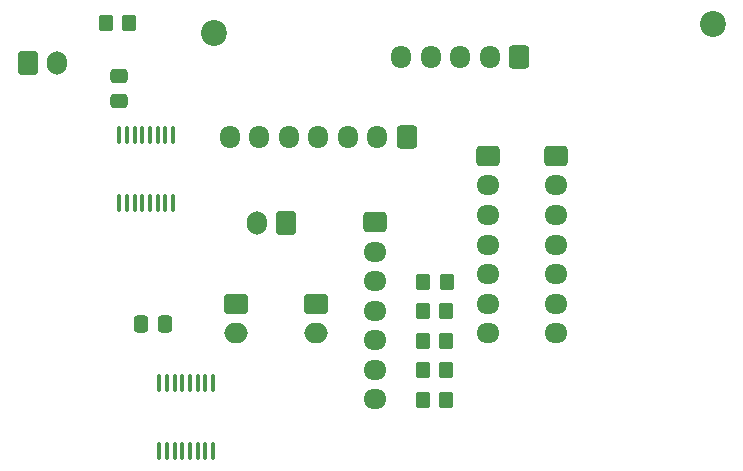
<source format=gts>
%TF.GenerationSoftware,KiCad,Pcbnew,7.0.6*%
%TF.CreationDate,2023-07-13T14:44:59+02:00*%
%TF.ProjectId,LH_HeadLogicBoard_FreeJoy,4c485f48-6561-4644-9c6f-676963426f61,rev?*%
%TF.SameCoordinates,Original*%
%TF.FileFunction,Soldermask,Top*%
%TF.FilePolarity,Negative*%
%FSLAX46Y46*%
G04 Gerber Fmt 4.6, Leading zero omitted, Abs format (unit mm)*
G04 Created by KiCad (PCBNEW 7.0.6) date 2023-07-13 14:44:59*
%MOMM*%
%LPD*%
G01*
G04 APERTURE LIST*
G04 Aperture macros list*
%AMRoundRect*
0 Rectangle with rounded corners*
0 $1 Rounding radius*
0 $2 $3 $4 $5 $6 $7 $8 $9 X,Y pos of 4 corners*
0 Add a 4 corners polygon primitive as box body*
4,1,4,$2,$3,$4,$5,$6,$7,$8,$9,$2,$3,0*
0 Add four circle primitives for the rounded corners*
1,1,$1+$1,$2,$3*
1,1,$1+$1,$4,$5*
1,1,$1+$1,$6,$7*
1,1,$1+$1,$8,$9*
0 Add four rect primitives between the rounded corners*
20,1,$1+$1,$2,$3,$4,$5,0*
20,1,$1+$1,$4,$5,$6,$7,0*
20,1,$1+$1,$6,$7,$8,$9,0*
20,1,$1+$1,$8,$9,$2,$3,0*%
G04 Aperture macros list end*
%ADD10RoundRect,0.250000X-0.350000X-0.450000X0.350000X-0.450000X0.350000X0.450000X-0.350000X0.450000X0*%
%ADD11RoundRect,0.250000X-0.337500X-0.475000X0.337500X-0.475000X0.337500X0.475000X-0.337500X0.475000X0*%
%ADD12RoundRect,0.250000X0.475000X-0.337500X0.475000X0.337500X-0.475000X0.337500X-0.475000X-0.337500X0*%
%ADD13RoundRect,0.250000X-0.725000X0.600000X-0.725000X-0.600000X0.725000X-0.600000X0.725000X0.600000X0*%
%ADD14O,1.950000X1.700000*%
%ADD15RoundRect,0.250000X0.600000X0.725000X-0.600000X0.725000X-0.600000X-0.725000X0.600000X-0.725000X0*%
%ADD16O,1.700000X1.950000*%
%ADD17C,2.200000*%
%ADD18RoundRect,0.250000X0.600000X0.750000X-0.600000X0.750000X-0.600000X-0.750000X0.600000X-0.750000X0*%
%ADD19O,1.700000X2.000000*%
%ADD20RoundRect,0.100000X0.100000X-0.637500X0.100000X0.637500X-0.100000X0.637500X-0.100000X-0.637500X0*%
%ADD21RoundRect,0.250000X-0.600000X-0.750000X0.600000X-0.750000X0.600000X0.750000X-0.600000X0.750000X0*%
%ADD22RoundRect,0.250000X-0.750000X0.600000X-0.750000X-0.600000X0.750000X-0.600000X0.750000X0.600000X0*%
%ADD23O,2.000000X1.700000*%
G04 APERTURE END LIST*
D10*
X59750000Y-65250000D03*
X61750000Y-65250000D03*
X59750000Y-62750000D03*
X61750000Y-62750000D03*
D11*
X35862500Y-58800000D03*
X37937500Y-58800000D03*
D12*
X34050000Y-39912500D03*
X34050000Y-37837500D03*
D13*
X71050000Y-44600000D03*
D14*
X71050000Y-47100000D03*
X71050000Y-49600000D03*
X71050000Y-52100000D03*
X71050000Y-54600000D03*
X71050000Y-57100000D03*
X71050000Y-59600000D03*
D10*
X59750000Y-60250000D03*
X61750000Y-60250000D03*
D15*
X67900000Y-36250000D03*
D16*
X65400000Y-36250000D03*
X62900000Y-36250000D03*
X60400000Y-36250000D03*
X57900000Y-36250000D03*
D10*
X59750000Y-57750000D03*
X61750000Y-57750000D03*
D15*
X58400000Y-43000000D03*
D16*
X55900000Y-43000000D03*
X53400000Y-43000000D03*
X50900000Y-43000000D03*
X48400000Y-43000000D03*
X45900000Y-43000000D03*
X43400000Y-43000000D03*
D17*
X84300000Y-33450000D03*
D10*
X32900000Y-33375000D03*
X34900000Y-33375000D03*
D17*
X42075000Y-34175000D03*
D18*
X48200000Y-50275000D03*
D19*
X45700000Y-50275000D03*
D10*
X59775000Y-55250000D03*
X61775000Y-55250000D03*
D13*
X55700000Y-50200000D03*
D14*
X55700000Y-52700000D03*
X55700000Y-55200000D03*
X55700000Y-57700000D03*
X55700000Y-60200000D03*
X55700000Y-62700000D03*
X55700000Y-65200000D03*
D20*
X37425000Y-69587500D03*
X38075000Y-69587500D03*
X38725000Y-69587500D03*
X39375000Y-69587500D03*
X40025000Y-69587500D03*
X40675000Y-69587500D03*
X41325000Y-69587500D03*
X41975000Y-69587500D03*
X41975000Y-63862500D03*
X41325000Y-63862500D03*
X40675000Y-63862500D03*
X40025000Y-63862500D03*
X39375000Y-63862500D03*
X38725000Y-63862500D03*
X38075000Y-63862500D03*
X37425000Y-63862500D03*
D21*
X26300000Y-36725000D03*
D19*
X28800000Y-36725000D03*
D20*
X34050000Y-48569000D03*
X34700000Y-48569000D03*
X35350000Y-48569000D03*
X36000000Y-48569000D03*
X36650000Y-48569000D03*
X37300000Y-48569000D03*
X37950000Y-48569000D03*
X38600000Y-48569000D03*
X38600000Y-42844000D03*
X37950000Y-42844000D03*
X37300000Y-42844000D03*
X36650000Y-42844000D03*
X36000000Y-42844000D03*
X35350000Y-42844000D03*
X34700000Y-42844000D03*
X34050000Y-42844000D03*
D22*
X43900000Y-57100000D03*
D23*
X43900000Y-59600000D03*
D22*
X50700000Y-57100000D03*
D23*
X50700000Y-59600000D03*
D13*
X65300000Y-44600000D03*
D14*
X65300000Y-47100000D03*
X65300000Y-49600000D03*
X65300000Y-52100000D03*
X65300000Y-54600000D03*
X65300000Y-57100000D03*
X65300000Y-59600000D03*
M02*

</source>
